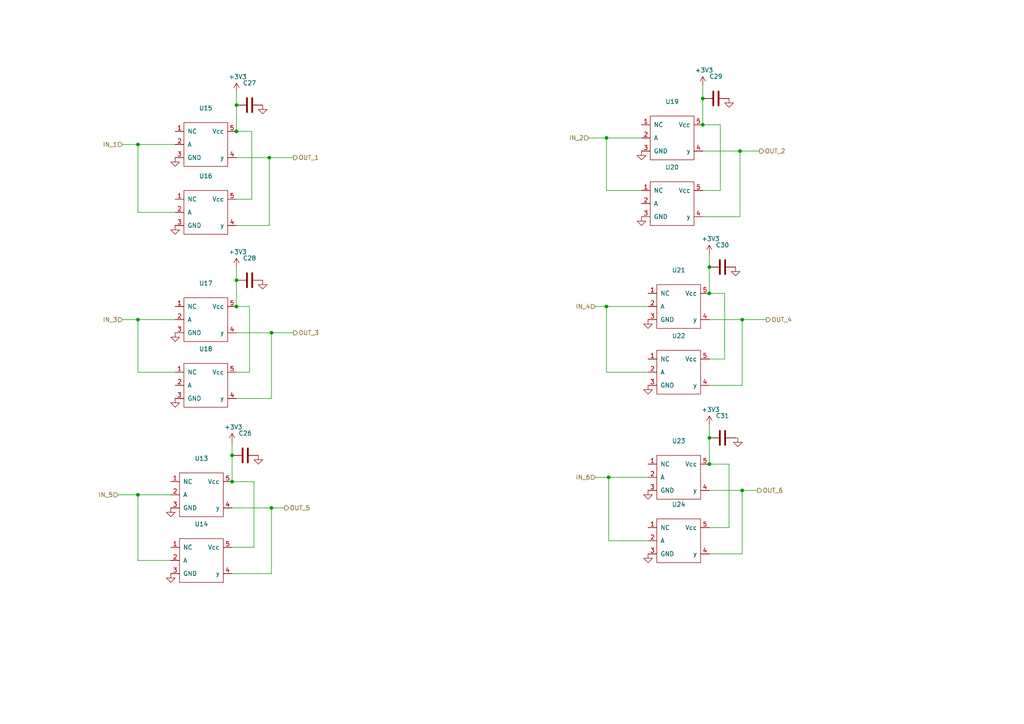
<source format=kicad_sch>
(kicad_sch (version 20211123) (generator eeschema)
  (paper "A4")
  (title_block (title "Avionics Board") (rev "A") (company "SilverSat Limited"))
  (lib_symbols
    (symbol "Device:C" (pin_numbers hide) (pin_names (offset 0.254))
      (property "Reference" "C" (at 0.635 2.54 0))
      (property "Value" "C" (at 0.635 -2.54 0))
      (symbol "C_0_1"
        (polyline (pts (xy -2.032 -0.762) (xy 2.032 -0.762)) (stroke (width 0.508)))
        (polyline (pts (xy -2.032 0.762) (xy 2.032 0.762)) (stroke (width 0.508)))
      )
      (symbol "C_1_1"
        (pin passive line (at 0 3.81 270) (length 2.794) (name "~") (number "1"))
        (pin passive line (at 0 -3.81 90) (length 2.794) (name "~") (number "2"))
      )
    )
    (symbol "SilverSat_symbols:74LVC1G07MDCKREPG4" (pin_names (offset 1.016))
      (property "Reference" "U" (at 2.54 -1.27 0))
      (property "Value" "74LVC1G07MDCKREPG4" (at -2.54 -17.78 0))
      (symbol "74LVC1G07MDCKREPG4_0_1"
        (rectangle (start -8.89 -2.54) (end 3.81 -15.24))
      )
      (symbol "74LVC1G07MDCKREPG4_1_1"
        (pin input line (at -11.43 -5.08 0) (length 2.54) (name "NC") (number "1"))
        (pin input line (at -11.43 -8.89 0) (length 2.54) (name "A") (number "2"))
        (pin input line (at -11.43 -12.7 0) (length 2.54) (name "GND") (number "3"))
        (pin input line (at 6.35 -12.7 180) (length 2.54) (name "y") (number "4"))
        (pin input line (at 6.35 -5.08 180) (length 2.54) (name "Vcc") (number "5"))
      )
    )
    (symbol "power:+3.3V" (power) (pin_names (offset 0))
      (property "Value" "+3.3V" (at 0 3.556 0))
      (symbol "+3.3V_0_1"
        (polyline (pts (xy -0.762 1.27) (xy 0 2.54)))
        (polyline (pts (xy 0 0) (xy 0 2.54)))
        (polyline (pts (xy 0 2.54) (xy 0.762 1.27)))
      )
      (symbol "+3.3V_1_1"
        (pin power_in line (at 0 0 90) (length 0) hide (name "+3V3") (number "1"))
      )
    )
    (symbol "power:GND" (power) (pin_names (offset 0))
      (property "Value" "GND" (at 0 -3.81 0))
      (symbol "GND_0_1"
        (polyline (pts (xy 0 0) (xy 0 -1.27) (xy 1.27 -1.27) (xy 0 -2.54) (xy -1.27 -1.27) (xy 0 -1.27)))
      )
      (symbol "GND_1_1"
        (pin power_in line (at 0 0 270) (length 0) hide (name "GND") (number "1"))
      )
    )
  )
  (junction (at 205.74 77.47))
  (junction (at 78.105 45.72))
  (junction (at 68.58 38.1))
  (junction (at 205.74 127))
  (junction (at 40.005 143.51))
  (junction (at 215.265 142.24))
  (junction (at 203.835 36.195))
  (junction (at 205.74 134.62))
  (junction (at 176.53 138.43))
  (junction (at 40.005 41.91))
  (junction (at 78.74 147.32))
  (junction (at 215.265 92.71))
  (junction (at 205.74 85.09))
  (junction (at 203.835 28.575))
  (junction (at 67.31 139.7))
  (junction (at 68.58 81.28))
  (junction (at 67.31 132.08))
  (junction (at 214.63 43.815))
  (junction (at 68.58 88.9))
  (junction (at 40.005 92.71))
  (junction (at 68.58 30.48))
  (junction (at 78.74 96.52))
  (junction (at 175.895 88.9))
  (junction (at 175.895 40.005))
  (wire (pts (xy 40.005 162.56) (xy 40.005 143.51)))
  (wire (pts (xy 72.39 107.95) (xy 72.39 88.9)))
  (wire (pts (xy 215.265 160.655) (xy 215.265 142.24)))
  (wire (pts (xy 211.455 134.62) (xy 211.455 153.035)))
  (wire (pts (xy 203.835 62.865) (xy 214.63 62.865)))
  (wire (pts (xy 68.58 65.405) (xy 78.105 65.405)))
  (wire (pts (xy 68.58 115.57) (xy 78.74 115.57)))
  (wire (pts (xy 68.58 45.72) (xy 78.105 45.72)))
  (wire (pts (xy 205.74 160.655) (xy 215.265 160.655)))
  (wire (pts (xy 205.74 85.09) (xy 210.185 85.09)))
  (wire (pts (xy 214.63 43.815) (xy 220.345 43.815)))
  (wire (pts (xy 210.185 85.09) (xy 210.185 104.14)))
  (wire (pts (xy 40.005 92.71) (xy 50.8 92.71)))
  (wire (pts (xy 187.96 156.845) (xy 176.53 156.845)))
  (wire (pts (xy 203.835 24.765) (xy 203.835 28.575)))
  (wire (pts (xy 215.265 142.24) (xy 219.71 142.24)))
  (wire (pts (xy 78.74 166.37) (xy 78.74 147.32)))
  (wire (pts (xy 187.96 107.95) (xy 175.895 107.95)))
  (wire (pts (xy 78.105 45.72) (xy 85.09 45.72)))
  (wire (pts (xy 67.31 166.37) (xy 78.74 166.37)))
  (wire (pts (xy 72.39 88.9) (xy 68.58 88.9)))
  (wire (pts (xy 211.455 153.035) (xy 205.74 153.035)))
  (wire (pts (xy 175.895 55.245) (xy 175.895 40.005)))
  (wire (pts (xy 67.31 128.27) (xy 67.31 132.08)))
  (wire (pts (xy 176.53 138.43) (xy 187.96 138.43)))
  (wire (pts (xy 78.74 147.32) (xy 82.55 147.32)))
  (wire (pts (xy 73.025 38.1) (xy 73.025 57.785)))
  (wire (pts (xy 214.63 62.865) (xy 214.63 43.815)))
  (wire (pts (xy 68.58 26.67) (xy 68.58 30.48)))
  (wire (pts (xy 67.31 132.08) (xy 67.31 139.7)))
  (wire (pts (xy 175.895 107.95) (xy 175.895 88.9)))
  (wire (pts (xy 205.74 77.47) (xy 205.74 85.09)))
  (wire (pts (xy 35.56 92.71) (xy 40.005 92.71)))
  (wire (pts (xy 203.835 36.195) (xy 208.915 36.195)))
  (wire (pts (xy 205.74 92.71) (xy 215.265 92.71)))
  (wire (pts (xy 50.8 107.95) (xy 40.005 107.95)))
  (wire (pts (xy 210.185 104.14) (xy 205.74 104.14)))
  (wire (pts (xy 170.815 40.005) (xy 175.895 40.005)))
  (wire (pts (xy 68.58 96.52) (xy 78.74 96.52)))
  (wire (pts (xy 40.005 41.91) (xy 50.8 41.91)))
  (wire (pts (xy 35.56 41.91) (xy 40.005 41.91)))
  (wire (pts (xy 49.53 162.56) (xy 40.005 162.56)))
  (wire (pts (xy 205.74 73.66) (xy 205.74 77.47)))
  (wire (pts (xy 78.105 65.405) (xy 78.105 45.72)))
  (wire (pts (xy 40.005 61.595) (xy 40.005 41.91)))
  (wire (pts (xy 205.74 127) (xy 205.74 134.62)))
  (wire (pts (xy 73.66 139.7) (xy 73.66 158.75)))
  (wire (pts (xy 68.58 107.95) (xy 72.39 107.95)))
  (wire (pts (xy 215.265 111.76) (xy 215.265 92.71)))
  (wire (pts (xy 172.72 138.43) (xy 176.53 138.43)))
  (wire (pts (xy 203.835 43.815) (xy 214.63 43.815)))
  (wire (pts (xy 175.895 40.005) (xy 186.055 40.005)))
  (wire (pts (xy 176.53 156.845) (xy 176.53 138.43)))
  (wire (pts (xy 208.915 36.195) (xy 208.915 55.245)))
  (wire (pts (xy 67.31 139.7) (xy 73.66 139.7)))
  (wire (pts (xy 68.58 81.28) (xy 68.58 88.9)))
  (wire (pts (xy 40.005 107.95) (xy 40.005 92.71)))
  (wire (pts (xy 67.31 147.32) (xy 78.74 147.32)))
  (wire (pts (xy 215.265 92.71) (xy 222.25 92.71)))
  (wire (pts (xy 203.835 28.575) (xy 203.835 36.195)))
  (wire (pts (xy 205.74 142.24) (xy 215.265 142.24)))
  (wire (pts (xy 68.58 30.48) (xy 68.58 38.1)))
  (wire (pts (xy 50.8 61.595) (xy 40.005 61.595)))
  (wire (pts (xy 68.58 38.1) (xy 73.025 38.1)))
  (wire (pts (xy 78.74 115.57) (xy 78.74 96.52)))
  (wire (pts (xy 67.31 158.75) (xy 73.66 158.75)))
  (wire (pts (xy 68.58 77.47) (xy 68.58 81.28)))
  (wire (pts (xy 186.055 55.245) (xy 175.895 55.245)))
  (wire (pts (xy 73.025 57.785) (xy 68.58 57.785)))
  (wire (pts (xy 205.74 111.76) (xy 215.265 111.76)))
  (wire (pts (xy 213.995 127) (xy 213.36 127)))
  (wire (pts (xy 205.74 134.62) (xy 211.455 134.62)))
  (wire (pts (xy 175.895 88.9) (xy 187.96 88.9)))
  (wire (pts (xy 34.29 143.51) (xy 40.005 143.51)))
  (wire (pts (xy 205.74 123.19) (xy 205.74 127)))
  (wire (pts (xy 40.005 143.51) (xy 49.53 143.51)))
  (wire (pts (xy 78.74 96.52) (xy 85.09 96.52)))
  (wire (pts (xy 208.915 55.245) (xy 203.835 55.245)))
  (wire (pts (xy 172.72 88.9) (xy 175.895 88.9)))
  (hierarchical_label "IN_2" (shape input) (at 170.815 40.005 180))
  (hierarchical_label "OUT_4" (shape output) (at 222.25 92.71 0))
  (hierarchical_label "OUT_6" (shape output) (at 219.71 142.24 0))
  (hierarchical_label "OUT_5" (shape output) (at 82.55 147.32 0))
  (hierarchical_label "IN_6" (shape input) (at 172.72 138.43 180))
  (hierarchical_label "IN_1" (shape input) (at 35.56 41.91 180))
  (hierarchical_label "IN_3" (shape input) (at 35.56 92.71 180))
  (hierarchical_label "OUT_2" (shape output) (at 220.345 43.815 0))
  (hierarchical_label "IN_5" (shape input) (at 34.29 143.51 180))
  (hierarchical_label "IN_4" (shape input) (at 172.72 88.9 180))
  (hierarchical_label "OUT_3" (shape output) (at 85.09 96.52 0))
  (hierarchical_label "OUT_1" (shape output) (at 85.09 45.72 0))
  (symbol (lib_id "SilverSat_symbols:74LVC1G07MDCKREPG4") (at 62.23 33.02 0) (unit 1)
    (property "Reference" "U15" (at 59.69 31.369 0))
    (property "Part_Number" "74LVC1G07MDCKREPG4" (effects hide))
  )
  (symbol (lib_id "Device:C") (at 72.39 30.48 270) (unit 1)
    (property "Reference" "C27" (at 72.39 24.0792 90))
    (property "Part_Number" "06035C104K4Z2A" (effects hide))
  )
  (symbol (lib_id "power:GND") (at 76.2 30.48 0) (unit 1)
    (property "Reference" "#PWR024" (effects hide))
    (property "Value" "GND" (effects hide))
  )
  (symbol (lib_id "power:+3.3V") (at 68.58 26.67 0) (unit 1)
    (property "Reference" "#PWR018" (effects hide))
    (property "Value" "+3.3V" (at 68.961 22.2758 0))
  )
  (symbol (lib_id "power:GND") (at 50.8 45.72 0) (unit 1)
    (property "Reference" "#PWR012" (effects hide))
    (property "Value" "GND" (effects hide))
  )
  (symbol (lib_id "SilverSat_symbols:74LVC1G07MDCKREPG4") (at 197.485 31.115 0) (unit 1)
    (property "Reference" "U19" (at 194.945 29.464 0))
    (property "Part_Number" "74LVC1G07MDCKREPG4" (effects hide))
  )
  (symbol (lib_id "Device:C") (at 207.645 28.575 270) (unit 1)
    (property "Reference" "C29" (at 207.645 22.1742 90))
    (property "Part_Number" "06035C104K4Z2A" (effects hide))
  )
  (symbol (lib_id "power:GND") (at 211.455 28.575 0) (unit 1)
    (property "Reference" "#PWR025" (effects hide))
    (property "Value" "GND" (effects hide))
  )
  (symbol (lib_id "power:+3.3V") (at 203.835 24.765 0) (unit 1)
    (property "Reference" "#PWR019" (effects hide))
    (property "Value" "+3.3V" (at 204.216 20.3708 0))
  )
  (symbol (lib_id "power:GND") (at 186.055 43.815 0) (unit 1)
    (property "Reference" "#PWR013" (effects hide))
    (property "Value" "GND" (effects hide))
  )
  (symbol (lib_id "SilverSat_symbols:74LVC1G07MDCKREPG4") (at 62.23 83.82 0) (unit 1)
    (property "Reference" "U17" (at 59.69 82.169 0))
    (property "Part_Number" "74LVC1G07MDCKREPG4" (effects hide))
  )
  (symbol (lib_id "Device:C") (at 72.39 81.28 270) (unit 1)
    (property "Reference" "C28" (at 72.39 74.8792 90))
    (property "Part_Number" "06035C104K4Z2A" (effects hide))
  )
  (symbol (lib_id "power:GND") (at 76.2 81.28 0) (unit 1)
    (property "Reference" "#PWR026" (effects hide))
    (property "Value" "GND" (effects hide))
  )
  (symbol (lib_id "power:+3.3V") (at 68.58 77.47 0) (unit 1)
    (property "Reference" "#PWR020" (effects hide))
    (property "Value" "+3.3V" (at 68.961 73.0758 0))
  )
  (symbol (lib_id "power:GND") (at 50.8 96.52 0) (unit 1)
    (property "Reference" "#PWR014" (effects hide))
    (property "Value" "GND" (effects hide))
  )
  (symbol (lib_id "SilverSat_symbols:74LVC1G07MDCKREPG4") (at 199.39 80.01 0) (unit 1)
    (property "Reference" "U21" (at 196.85 78.359 0))
    (property "Part_Number" "74LVC1G07MDCKREPG4" (effects hide))
  )
  (symbol (lib_id "Device:C") (at 209.55 77.47 270) (unit 1)
    (property "Reference" "C30" (at 209.55 71.0692 90))
    (property "Part_Number" "06035C104K4Z2A" (effects hide))
  )
  (symbol (lib_id "power:GND") (at 213.36 77.47 0) (unit 1)
    (property "Reference" "#PWR027" (effects hide))
    (property "Value" "GND" (effects hide))
  )
  (symbol (lib_id "power:+3.3V") (at 205.74 73.66 0) (unit 1)
    (property "Reference" "#PWR021" (effects hide))
    (property "Value" "+3.3V" (at 206.121 69.2658 0))
  )
  (symbol (lib_id "power:GND") (at 187.96 92.71 0) (unit 1)
    (property "Reference" "#PWR015" (effects hide))
    (property "Value" "GND" (effects hide))
  )
  (symbol (lib_id "SilverSat_symbols:74LVC1G07MDCKREPG4") (at 60.96 134.62 0) (unit 1)
    (property "Reference" "U13" (at 58.42 132.969 0))
    (property "Part_Number" "74LVC1G07MDCKREPG4" (effects hide))
  )
  (symbol (lib_id "Device:C") (at 71.12 132.08 270) (unit 1)
    (property "Reference" "C26" (at 71.12 125.6792 90))
    (property "Part_Number" "06035C104K4Z2A" (effects hide))
  )
  (symbol (lib_id "power:GND") (at 74.93 132.08 0) (unit 1)
    (property "Reference" "#PWR022" (effects hide))
    (property "Value" "GND" (effects hide))
  )
  (symbol (lib_id "power:+3.3V") (at 67.31 128.27 0) (unit 1)
    (property "Reference" "#PWR016" (effects hide))
    (property "Value" "+3.3V" (at 67.691 123.8758 0))
  )
  (symbol (lib_id "power:GND") (at 49.53 147.32 0) (unit 1)
    (property "Reference" "#PWR010" (effects hide))
    (property "Value" "GND" (effects hide))
  )
  (symbol (lib_id "SilverSat_symbols:74LVC1G07MDCKREPG4") (at 199.39 129.54 0) (unit 1)
    (property "Reference" "U23" (at 196.85 127.889 0))
    (property "Part_Number" "74LVC1G07MDCKREPG4" (effects hide))
  )
  (symbol (lib_id "Device:C") (at 209.55 127 270) (unit 1)
    (property "Reference" "C31" (at 209.55 120.5992 90))
    (property "Part_Number" "06035C104K4Z2A" (effects hide))
  )
  (symbol (lib_id "power:GND") (at 213.995 127 0) (unit 1)
    (property "Reference" "#PWR023" (effects hide))
    (property "Value" "GND" (effects hide))
  )
  (symbol (lib_id "power:+3.3V") (at 205.74 123.19 0) (unit 1)
    (property "Reference" "#PWR017" (effects hide))
    (property "Value" "+3.3V" (at 206.121 118.7958 0))
  )
  (symbol (lib_id "power:GND") (at 187.96 142.24 0) (unit 1)
    (property "Reference" "#PWR011" (effects hide))
    (property "Value" "GND" (effects hide))
  )
  (symbol (lib_id "SilverSat_symbols:74LVC1G07MDCKREPG4") (at 199.39 99.06 0) (unit 1)
    (property "Reference" "U22" (at 196.85 97.409 0))
  )
  (symbol (lib_id "power:GND") (at 187.96 111.76 0) (unit 1)
    (property "Reference" "#PWR056" (effects hide))
    (property "Value" "GND" (effects hide))
  )
  (symbol (lib_id "SilverSat_symbols:74LVC1G07MDCKREPG4") (at 62.23 102.87 0) (unit 1)
    (property "Reference" "U18" (at 59.69 101.219 0))
  )
  (symbol (lib_id "SilverSat_symbols:74LVC1G07MDCKREPG4") (at 199.39 147.955 0) (unit 1)
    (property "Reference" "U24" (at 196.85 146.304 0))
  )
  (symbol (lib_id "power:GND") (at 50.8 115.57 0) (unit 1)
    (property "Reference" "#PWR054" (effects hide))
    (property "Value" "GND" (effects hide))
  )
  (symbol (lib_id "power:GND") (at 186.055 62.865 0) (unit 1)
    (property "Reference" "#PWR055" (effects hide))
    (property "Value" "GND" (effects hide))
  )
  (symbol (lib_id "power:GND") (at 50.8 65.405 0) (unit 1)
    (property "Reference" "#PWR053" (effects hide))
    (property "Value" "GND" (effects hide))
  )
  (symbol (lib_id "SilverSat_symbols:74LVC1G07MDCKREPG4") (at 197.485 50.165 0) (unit 1)
    (property "Reference" "U20" (at 194.945 48.514 0))
  )
  (symbol (lib_id "power:GND") (at 49.53 166.37 0) (unit 1)
    (property "Reference" "#PWR052" (effects hide))
    (property "Value" "GND" (effects hide))
  )
  (symbol (lib_id "SilverSat_symbols:74LVC1G07MDCKREPG4") (at 62.23 52.705 0) (unit 1)
    (property "Reference" "U16" (at 59.69 51.054 0))
  )
  (symbol (lib_id "power:GND") (at 187.96 160.655 0) (unit 1)
    (property "Reference" "#PWR057" (effects hide))
    (property "Value" "GND" (effects hide))
  )
  (symbol (lib_id "SilverSat_symbols:74LVC1G07MDCKREPG4") (at 60.96 153.67 0) (unit 1)
    (property "Reference" "U14" (at 58.42 152.019 0))
  )
)
</source>
